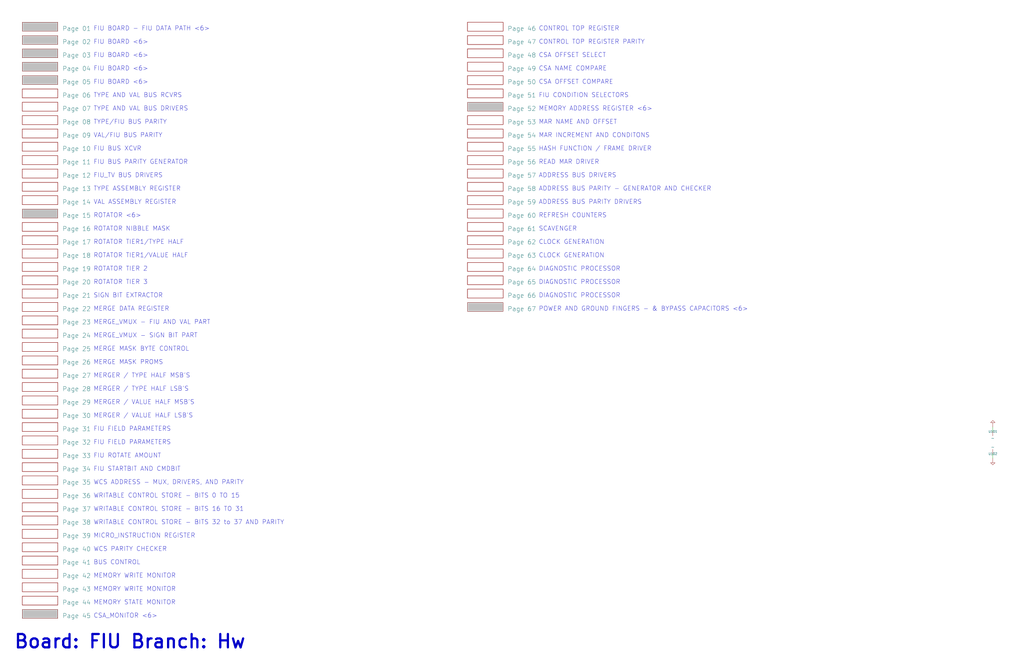
<source format=kicad_sch>
(kicad_sch (version 20250114) (generator "eeschema") (generator_version "9.0")
  (paper "User" 584.2 378.46)
  (title_block (title "FIU Main"))
  (lib_symbols
    (symbol "r1000:PD" (power) (pin_numbers (hide yes)) (pin_names (hide yes)) (in_bom no)
      (symbol "PD_0_1"
        (polyline (pts (xy 0 -2.54) (xy 1.27 -2.54) (xy 0 -3.81) (xy -1.27 -2.54) (xy 0 -2.54)) (stroke (width 0.1524)))
      )
      (symbol "PD_1_1"
        (pin power_in line (at 0 0 270) (length 2.54) (name "PD") (number "1"))
      )
    )
    (symbol "r1000:PU" (power) (pin_numbers (hide yes)) (pin_names (hide yes))
      (symbol "PU_0_1"
        (polyline (pts (xy 0 2.54) (xy -1.27 2.54) (xy 0 3.81) (xy 1.27 2.54) (xy 0 2.54)) (stroke (width 0.1524)))
      )
      (symbol "PU_1_1"
        (pin power_in line (at 0 0 90) (length 2.54) (name "PU") (number "1"))
      )
    )
    (symbol "r1000:Pull_Down" (pin_numbers (hide yes)) (pin_names (hide yes))
      (property "Reference" "U" (at 0 0 0))
      (property "Value" "Pull_Down" (at 0 3.81 0))
      (symbol "Pull_Down_1_1"
        (pin power_out line (at 0 0 90) (length 2.54) (name "Out") (number "1"))
      )
    )
    (symbol "r1000:Pull_Up" (pin_numbers (hide yes)) (pin_names (hide yes))
      (property "Reference" "U" (at 0 0 0))
      (property "Value" "Pull_Up" (at 0 -3.81 0))
      (symbol "Pull_Up_1_1"
        (pin power_out line (at 0 0 270) (length 2.54) (name "Out") (number "1"))
      )
    )
  )
  (text "DIAGNOSTIC PROCESSOR" (at 307.34 162.56 0) (effects (font (size 2.54 2.54)) (justify left bottom)))
  (text "Board: FIU Branch: Hw" (at 7.62 370.84 0) (effects (font (size 7.62 7.62) (thickness 1.27) (bold yes)) (justify left bottom)))
  (text "FIU ROTATE AMOUNT" (at 53.34 261.62 0) (effects (font (size 2.54 2.54)) (justify left bottom)))
  (text "FIU BOARD <6>" (at 53.34 40.64 0) (effects (font (size 2.54 2.54)) (justify left bottom)))
  (text "MERGE_VMUX - FIU AND VAL PART" (at 53.34 185.42 0) (effects (font (size 2.54 2.54)) (justify left bottom)))
  (text "ROTATOR <6>" (at 53.34 124.46 0) (effects (font (size 2.54 2.54)) (justify left bottom)))
  (text "DIAGNOSTIC PROCESSOR" (at 307.34 170.18 0) (effects (font (size 2.54 2.54)) (justify left bottom)))
  (text "WRITABLE CONTROL STORE - BITS 32 to 37 AND PARITY" (at 53.34 299.72 0) (effects (font (size 2.54 2.54)) (justify left bottom)))
  (text "FIU BOARD <6>" (at 53.34 25.4 0) (effects (font (size 2.54 2.54)) (justify left bottom)))
  (text "FIU BOARD <6>" (at 53.34 48.26 0) (effects (font (size 2.54 2.54)) (justify left bottom)))
  (text "MERGE_VMUX - SIGN BIT PART" (at 53.34 193.04 0) (effects (font (size 2.54 2.54)) (justify left bottom)))
  (text "MERGER / TYPE HALF LSB'S" (at 53.34 223.52 0) (effects (font (size 2.54 2.54)) (justify left bottom)))
  (text "MERGER / VALUE HALF LSB'S" (at 53.34 238.76 0) (effects (font (size 2.54 2.54)) (justify left bottom)))
  (text "REFRESH COUNTERS" (at 307.34 124.46 0) (effects (font (size 2.54 2.54)) (justify left bottom)))
  (text "FIU BUS PARITY GENERATOR" (at 53.34 93.98 0) (effects (font (size 2.54 2.54)) (justify left bottom)))
  (text "TYPE AND VAL BUS DRIVERS" (at 53.34 63.5 0) (effects (font (size 2.54 2.54)) (justify left bottom)))
  (text "WRITABLE CONTROL STORE - BITS 0 TO 15" (at 53.34 284.48 0) (effects (font (size 2.54 2.54)) (justify left bottom)))
  (text "CSA NAME COMPARE" (at 307.34 40.64 0) (effects (font (size 2.54 2.54)) (justify left bottom)))
  (text "ROTATOR TIER 2" (at 53.34 154.94 0) (effects (font (size 2.54 2.54)) (justify left bottom)))
  (text "FIU FIELD PARAMETERS" (at 53.34 246.38 0) (effects (font (size 2.54 2.54)) (justify left bottom)))
  (text "ROTATOR TIER 3" (at 53.34 162.56 0) (effects (font (size 2.54 2.54)) (justify left bottom)))
  (text "CSA OFFSET COMPARE" (at 307.34 48.26 0) (effects (font (size 2.54 2.54)) (justify left bottom)))
  (text "MEMORY WRITE MONITOR" (at 53.34 330.2 0) (effects (font (size 2.54 2.54)) (justify left bottom)))
  (text "POWER AND GROUND FINGERS - & BYPASS CAPACITORS <6>" (at 307.34 177.8 0) (effects (font (size 2.54 2.54)) (justify left bottom)))
  (text "HASH FUNCTION / FRAME DRIVER" (at 307.34 86.36 0) (effects (font (size 2.54 2.54)) (justify left bottom)))
  (text "READ MAR DRIVER" (at 307.34 93.98 0) (effects (font (size 2.54 2.54)) (justify left bottom)))
  (text "SIGN BIT EXTRACTOR" (at 53.34 170.18 0) (effects (font (size 2.54 2.54)) (justify left bottom)))
  (text "ADDRESS BUS DRIVERS" (at 307.34 101.6 0) (effects (font (size 2.54 2.54)) (justify left bottom)))
  (text "CSA OFFSET SELECT" (at 307.34 33.02 0) (effects (font (size 2.54 2.54)) (justify left bottom)))
  (text "MICRO_INSTRUCTION REGISTER" (at 53.34 307.34 0) (effects (font (size 2.54 2.54)) (justify left bottom)))
  (text "FIU BOARD - FIU DATA PATH <6>" (at 53.34 17.78 0) (effects (font (size 2.54 2.54)) (justify left bottom)))
  (text "MERGE MASK BYTE CONTROL" (at 53.34 200.66 0) (effects (font (size 2.54 2.54)) (justify left bottom)))
  (text "MAR INCREMENT AND CONDITONS" (at 307.34 78.74 0) (effects (font (size 2.54 2.54)) (justify left bottom)))
  (text "WCS ADDRESS - MUX, DRIVERS, AND PARITY" (at 53.34 276.86 0) (effects (font (size 2.54 2.54)) (justify left bottom)))
  (text "DIAGNOSTIC PROCESSOR" (at 307.34 154.94 0) (effects (font (size 2.54 2.54)) (justify left bottom)))
  (text "MERGE MASK PROMS" (at 53.34 208.28 0) (effects (font (size 2.54 2.54)) (justify left bottom)))
  (text "TYPE/FIU BUS PARITY" (at 53.34 71.12 0) (effects (font (size 2.54 2.54)) (justify left bottom)))
  (text "FIU BUS XCVR" (at 53.34 86.36 0) (effects (font (size 2.54 2.54)) (justify left bottom)))
  (text "CLOCK GENERATION" (at 307.34 147.32 0) (effects (font (size 2.54 2.54)) (justify left bottom)))
  (text "CSA_MONITOR <6>" (at 53.34 353.06 0) (effects (font (size 2.54 2.54)) (justify left bottom)))
  (text "TYPE ASSEMBLY REGISTER" (at 53.34 109.22 0) (effects (font (size 2.54 2.54)) (justify left bottom)))
  (text "ROTATOR TIER1/VALUE HALF" (at 53.34 147.32 0) (effects (font (size 2.54 2.54)) (justify left bottom)))
  (text "CLOCK GENERATION" (at 307.34 139.7 0) (effects (font (size 2.54 2.54)) (justify left bottom)))
  (text "WCS PARITY CHECKER" (at 53.34 314.96 0) (effects (font (size 2.54 2.54)) (justify left bottom)))
  (text "ROTATOR NIBBLE MASK" (at 53.34 132.08 0) (effects (font (size 2.54 2.54)) (justify left bottom)))
  (text "MERGER / VALUE HALF MSB'S" (at 53.34 231.14 0) (effects (font (size 2.54 2.54)) (justify left bottom)))
  (text "TYPE AND VAL BUS RCVRS" (at 53.34 55.88 0) (effects (font (size 2.54 2.54)) (justify left bottom)))
  (text "MEMORY STATE MONITOR" (at 53.34 345.44 0) (effects (font (size 2.54 2.54)) (justify left bottom)))
  (text "FIU_TV BUS DRIVERS" (at 53.34 101.6 0) (effects (font (size 2.54 2.54)) (justify left bottom)))
  (text "MERGER / TYPE HALF MSB'S" (at 53.34 215.9 0) (effects (font (size 2.54 2.54)) (justify left bottom)))
  (text "CONTROL TOP REGISTER" (at 307.34 17.78 0) (effects (font (size 2.54 2.54)) (justify left bottom)))
  (text "ROTATOR TIER1/TYPE HALF" (at 53.34 139.7 0) (effects (font (size 2.54 2.54)) (justify left bottom)))
  (text "MAR NAME AND OFFSET" (at 307.34 71.12 0) (effects (font (size 2.54 2.54)) (justify left bottom)))
  (text "VAL/FIU BUS PARITY" (at 53.34 78.74 0) (effects (font (size 2.54 2.54)) (justify left bottom)))
  (text "WRITABLE CONTROL STORE - BITS 16 TO 31" (at 53.34 292.1 0) (effects (font (size 2.54 2.54)) (justify left bottom)))
  (text "FIU BOARD <6>" (at 53.34 33.02 0) (effects (font (size 2.54 2.54)) (justify left bottom)))
  (text "MERGE DATA REGISTER" (at 53.34 177.8 0) (effects (font (size 2.54 2.54)) (justify left bottom)))
  (text "ADDRESS BUS PARITY DRIVERS" (at 307.34 116.84 0) (effects (font (size 2.54 2.54)) (justify left bottom)))
  (text "CONTROL TOP REGISTER PARITY" (at 307.34 25.4 0) (effects (font (size 2.54 2.54)) (justify left bottom)))
  (text "VAL ASSEMBLY REGISTER" (at 53.34 116.84 0) (effects (font (size 2.54 2.54)) (justify left bottom)))
  (text "MEMORY WRITE MONITOR" (at 53.34 337.82 0) (effects (font (size 2.54 2.54)) (justify left bottom)))
  (text "SCAVENGER" (at 307.34 132.08 0) (effects (font (size 2.54 2.54)) (justify left bottom)))
  (text "ADDRESS BUS PARITY - GENERATOR AND CHECKER" (at 307.34 109.22 0) (effects (font (size 2.54 2.54)) (justify left bottom)))
  (text "FIU CONDITION SELECTORS" (at 307.34 55.88 0) (effects (font (size 2.54 2.54)) (justify left bottom)))
  (text "BUS CONTROL" (at 53.34 322.58 0) (effects (font (size 2.54 2.54)) (justify left bottom)))
  (text "FIU FIELD PARAMETERS" (at 53.34 254 0) (effects (font (size 2.54 2.54)) (justify left bottom)))
  (text "MEMORY ADDRESS REGISTER <6>" (at 307.34 63.5 0) (effects (font (size 2.54 2.54)) (justify left bottom)))
  (text "FIU STARTBIT AND CMDBIT" (at 53.34 269.24 0) (effects (font (size 2.54 2.54)) (justify left bottom)))
  (wire (pts (xy 566.42 243.84) (xy 566.42 246.38)))
  (wire (pts (xy 566.42 259.08) (xy 566.42 261.62)))
  (symbol (lib_id "r1000:PD") (at 566.42 261.62 0) (unit 1) (in_bom no)
    (property "Reference" "#PWR02" (effects (hide yes)))
    (property "Value" "PD" (effects (hide yes)))
  )
  (symbol (lib_id "r1000:PU") (at 566.42 243.84 0) (unit 1)
    (property "Reference" "#PWR01" (effects (hide yes)))
    (property "Value" "PU" (effects (hide yes)))
  )
  (symbol (lib_id "r1000:Pull_Down") (at 566.42 259.08 0) (unit 1)
    (property "Reference" "U102" (at 566.42 259.08 0))
    (property "Value" "~" (at 566.42 255.27 0) (effects (font (size 2.54 2.54))))
  )
  (symbol (lib_id "r1000:Pull_Up") (at 566.42 246.38 0) (unit 1)
    (property "Reference" "U101" (at 566.42 246.38 0))
    (property "Value" "~" (at 566.42 250.19 0) (effects (font (size 2.54 2.54))))
  )
  (sheet (at 266.7 134.62) (size 20.32 5.08)
    (property "Sheetname" "Page 62" (at 289.56 139.7 0) (effects (font (size 2.54 2.54)) (justify left bottom)))
    (property "Sheetfile" "pg_62.kicad_sch" (effects (hide yes)))
  )
  (sheet (at 266.7 27.94) (size 20.32 5.08)
    (property "Sheetname" "Page 48" (at 289.56 33.02 0) (effects (font (size 2.54 2.54)) (justify left bottom)))
    (property "Sheetfile" "pg_48.kicad_sch" (effects (hide yes)))
  )
  (sheet (at 12.7 332.74) (size 20.32 5.08)
    (property "Sheetname" "Page 43" (at 35.56 337.82 0) (effects (font (size 2.54 2.54)) (justify left bottom)))
    (property "Sheetfile" "pg_43.kicad_sch" (effects (hide yes)))
  )
  (sheet (at 12.7 218.44) (size 20.32 5.08)
    (property "Sheetname" "Page 28" (at 35.56 223.52 0) (effects (font (size 2.54 2.54)) (justify left bottom)))
    (property "Sheetfile" "pg_28.kicad_sch" (effects (hide yes)))
  )
  (sheet (at 12.7 96.52) (size 20.32 5.08)
    (property "Sheetname" "Page 12" (at 35.56 101.6 0) (effects (font (size 2.54 2.54)) (justify left bottom)))
    (property "Sheetfile" "pg_12.kicad_sch" (effects (hide yes)))
  )
  (sheet (at 12.7 241.3) (size 20.32 5.08)
    (property "Sheetname" "Page 31" (at 35.56 246.38 0) (effects (font (size 2.54 2.54)) (justify left bottom)))
    (property "Sheetfile" "pg_31.kicad_sch" (effects (hide yes)))
  )
  (sheet (at 12.7 340.36) (size 20.32 5.08)
    (property "Sheetname" "Page 44" (at 35.56 345.44 0) (effects (font (size 2.54 2.54)) (justify left bottom)))
    (property "Sheetfile" "pg_44.kicad_sch" (effects (hide yes)))
  )
  (sheet (at 12.7 12.7) (size 20.32 5.08) (fill (color 192 192 192 1.0000))
    (property "Sheetname" "Page 01" (at 35.56 17.78 0) (effects (font (size 2.54 2.54)) (justify left bottom)))
    (property "Sheetfile" "pg_01.kicad_sch" (effects (hide yes)))
  )
  (sheet (at 266.7 149.86) (size 20.32 5.08)
    (property "Sheetname" "Page 64" (at 289.56 154.94 0) (effects (font (size 2.54 2.54)) (justify left bottom)))
    (property "Sheetfile" "pg_64.kicad_sch" (effects (hide yes)))
  )
  (sheet (at 12.7 271.78) (size 20.32 5.08)
    (property "Sheetname" "Page 35" (at 35.56 276.86 0) (effects (font (size 2.54 2.54)) (justify left bottom)))
    (property "Sheetfile" "pg_35.kicad_sch" (effects (hide yes)))
  )
  (sheet (at 12.7 195.58) (size 20.32 5.08)
    (property "Sheetname" "Page 25" (at 35.56 200.66 0) (effects (font (size 2.54 2.54)) (justify left bottom)))
    (property "Sheetfile" "pg_25.kicad_sch" (effects (hide yes)))
  )
  (sheet (at 12.7 187.96) (size 20.32 5.08)
    (property "Sheetname" "Page 24" (at 35.56 193.04 0) (effects (font (size 2.54 2.54)) (justify left bottom)))
    (property "Sheetfile" "pg_24.kicad_sch" (effects (hide yes)))
  )
  (sheet (at 12.7 127) (size 20.32 5.08)
    (property "Sheetname" "Page 16" (at 35.56 132.08 0) (effects (font (size 2.54 2.54)) (justify left bottom)))
    (property "Sheetfile" "pg_16.kicad_sch" (effects (hide yes)))
  )
  (sheet (at 266.7 157.48) (size 20.32 5.08)
    (property "Sheetname" "Page 65" (at 289.56 162.56 0) (effects (font (size 2.54 2.54)) (justify left bottom)))
    (property "Sheetfile" "pg_65.kicad_sch" (effects (hide yes)))
  )
  (sheet (at 12.7 142.24) (size 20.32 5.08)
    (property "Sheetname" "Page 18" (at 35.56 147.32 0) (effects (font (size 2.54 2.54)) (justify left bottom)))
    (property "Sheetfile" "pg_18.kicad_sch" (effects (hide yes)))
  )
  (sheet (at 266.7 96.52) (size 20.32 5.08)
    (property "Sheetname" "Page 57" (at 289.56 101.6 0) (effects (font (size 2.54 2.54)) (justify left bottom)))
    (property "Sheetfile" "pg_57.kicad_sch" (effects (hide yes)))
  )
  (sheet (at 12.7 210.82) (size 20.32 5.08)
    (property "Sheetname" "Page 27" (at 35.56 215.9 0) (effects (font (size 2.54 2.54)) (justify left bottom)))
    (property "Sheetfile" "pg_27.kicad_sch" (effects (hide yes)))
  )
  (sheet (at 12.7 172.72) (size 20.32 5.08)
    (property "Sheetname" "Page 22" (at 35.56 177.8 0) (effects (font (size 2.54 2.54)) (justify left bottom)))
    (property "Sheetfile" "pg_22.kicad_sch" (effects (hide yes)))
  )
  (sheet (at 12.7 134.62) (size 20.32 5.08)
    (property "Sheetname" "Page 17" (at 35.56 139.7 0) (effects (font (size 2.54 2.54)) (justify left bottom)))
    (property "Sheetfile" "pg_17.kicad_sch" (effects (hide yes)))
  )
  (sheet (at 12.7 233.68) (size 20.32 5.08)
    (property "Sheetname" "Page 30" (at 35.56 238.76 0) (effects (font (size 2.54 2.54)) (justify left bottom)))
    (property "Sheetfile" "pg_30.kicad_sch" (effects (hide yes)))
  )
  (sheet (at 12.7 35.56) (size 20.32 5.08) (fill (color 192 192 192 1.0000))
    (property "Sheetname" "Page 04" (at 35.56 40.64 0) (effects (font (size 2.54 2.54)) (justify left bottom)))
    (property "Sheetfile" "pg_04.kicad_sch" (effects (hide yes)))
  )
  (sheet (at 266.7 119.38) (size 20.32 5.08)
    (property "Sheetname" "Page 60" (at 289.56 124.46 0) (effects (font (size 2.54 2.54)) (justify left bottom)))
    (property "Sheetfile" "pg_60.kicad_sch" (effects (hide yes)))
  )
  (sheet (at 266.7 142.24) (size 20.32 5.08)
    (property "Sheetname" "Page 63" (at 289.56 147.32 0) (effects (font (size 2.54 2.54)) (justify left bottom)))
    (property "Sheetfile" "pg_63.kicad_sch" (effects (hide yes)))
  )
  (sheet (at 266.7 20.32) (size 20.32 5.08)
    (property "Sheetname" "Page 47" (at 289.56 25.4 0) (effects (font (size 2.54 2.54)) (justify left bottom)))
    (property "Sheetfile" "pg_47.kicad_sch" (effects (hide yes)))
  )
  (sheet (at 266.7 35.56) (size 20.32 5.08)
    (property "Sheetname" "Page 49" (at 289.56 40.64 0) (effects (font (size 2.54 2.54)) (justify left bottom)))
    (property "Sheetfile" "pg_49.kicad_sch" (effects (hide yes)))
  )
  (sheet (at 12.7 294.64) (size 20.32 5.08)
    (property "Sheetname" "Page 38" (at 35.56 299.72 0) (effects (font (size 2.54 2.54)) (justify left bottom)))
    (property "Sheetfile" "pg_38.kicad_sch" (effects (hide yes)))
  )
  (sheet (at 12.7 264.16) (size 20.32 5.08)
    (property "Sheetname" "Page 34" (at 35.56 269.24 0) (effects (font (size 2.54 2.54)) (justify left bottom)))
    (property "Sheetfile" "pg_34.kicad_sch" (effects (hide yes)))
  )
  (sheet (at 266.7 127) (size 20.32 5.08)
    (property "Sheetname" "Page 61" (at 289.56 132.08 0) (effects (font (size 2.54 2.54)) (justify left bottom)))
    (property "Sheetfile" "pg_61.kicad_sch" (effects (hide yes)))
  )
  (sheet (at 12.7 325.12) (size 20.32 5.08)
    (property "Sheetname" "Page 42" (at 35.56 330.2 0) (effects (font (size 2.54 2.54)) (justify left bottom)))
    (property "Sheetfile" "pg_42.kicad_sch" (effects (hide yes)))
  )
  (sheet (at 12.7 347.98) (size 20.32 5.08) (fill (color 192 192 192 1.0000))
    (property "Sheetname" "Page 45" (at 35.56 353.06 0) (effects (font (size 2.54 2.54)) (justify left bottom)))
    (property "Sheetfile" "pg_45.kicad_sch" (effects (hide yes)))
  )
  (sheet (at 12.7 111.76) (size 20.32 5.08)
    (property "Sheetname" "Page 14" (at 35.56 116.84 0) (effects (font (size 2.54 2.54)) (justify left bottom)))
    (property "Sheetfile" "pg_14.kicad_sch" (effects (hide yes)))
  )
  (sheet (at 12.7 256.54) (size 20.32 5.08)
    (property "Sheetname" "Page 33" (at 35.56 261.62 0) (effects (font (size 2.54 2.54)) (justify left bottom)))
    (property "Sheetfile" "pg_33.kicad_sch" (effects (hide yes)))
  )
  (sheet (at 12.7 88.9) (size 20.32 5.08)
    (property "Sheetname" "Page 11" (at 35.56 93.98 0) (effects (font (size 2.54 2.54)) (justify left bottom)))
    (property "Sheetfile" "pg_11.kicad_sch" (effects (hide yes)))
  )
  (sheet (at 12.7 104.14) (size 20.32 5.08)
    (property "Sheetname" "Page 13" (at 35.56 109.22 0) (effects (font (size 2.54 2.54)) (justify left bottom)))
    (property "Sheetfile" "pg_13.kicad_sch" (effects (hide yes)))
  )
  (sheet (at 266.7 73.66) (size 20.32 5.08)
    (property "Sheetname" "Page 54" (at 289.56 78.74 0) (effects (font (size 2.54 2.54)) (justify left bottom)))
    (property "Sheetfile" "pg_54.kicad_sch" (effects (hide yes)))
  )
  (sheet (at 12.7 119.38) (size 20.32 5.08) (fill (color 192 192 192 1.0000))
    (property "Sheetname" "Page 15" (at 35.56 124.46 0) (effects (font (size 2.54 2.54)) (justify left bottom)))
    (property "Sheetfile" "pg_15.kicad_sch" (effects (hide yes)))
  )
  (sheet (at 12.7 73.66) (size 20.32 5.08)
    (property "Sheetname" "Page 09" (at 35.56 78.74 0) (effects (font (size 2.54 2.54)) (justify left bottom)))
    (property "Sheetfile" "pg_09.kicad_sch" (effects (hide yes)))
  )
  (sheet (at 12.7 50.8) (size 20.32 5.08)
    (property "Sheetname" "Page 06" (at 35.56 55.88 0) (effects (font (size 2.54 2.54)) (justify left bottom)))
    (property "Sheetfile" "pg_06.kicad_sch" (effects (hide yes)))
  )
  (sheet (at 12.7 180.34) (size 20.32 5.08)
    (property "Sheetname" "Page 23" (at 35.56 185.42 0) (effects (font (size 2.54 2.54)) (justify left bottom)))
    (property "Sheetfile" "pg_23.kicad_sch" (effects (hide yes)))
  )
  (sheet (at 266.7 104.14) (size 20.32 5.08)
    (property "Sheetname" "Page 58" (at 289.56 109.22 0) (effects (font (size 2.54 2.54)) (justify left bottom)))
    (property "Sheetfile" "pg_58.kicad_sch" (effects (hide yes)))
  )
  (sheet (at 12.7 149.86) (size 20.32 5.08)
    (property "Sheetname" "Page 19" (at 35.56 154.94 0) (effects (font (size 2.54 2.54)) (justify left bottom)))
    (property "Sheetfile" "pg_19.kicad_sch" (effects (hide yes)))
  )
  (sheet (at 266.7 43.18) (size 20.32 5.08)
    (property "Sheetname" "Page 50" (at 289.56 48.26 0) (effects (font (size 2.54 2.54)) (justify left bottom)))
    (property "Sheetfile" "pg_50.kicad_sch" (effects (hide yes)))
  )
  (sheet (at 12.7 226.06) (size 20.32 5.08)
    (property "Sheetname" "Page 29" (at 35.56 231.14 0) (effects (font (size 2.54 2.54)) (justify left bottom)))
    (property "Sheetfile" "pg_29.kicad_sch" (effects (hide yes)))
  )
  (sheet (at 266.7 172.72) (size 20.32 5.08) (fill (color 192 192 192 1.0000))
    (property "Sheetname" "Page 67" (at 289.56 177.8 0) (effects (font (size 2.54 2.54)) (justify left bottom)))
    (property "Sheetfile" "pg_67.kicad_sch" (effects (hide yes)))
  )
  (sheet (at 12.7 279.4) (size 20.32 5.08)
    (property "Sheetname" "Page 36" (at 35.56 284.48 0) (effects (font (size 2.54 2.54)) (justify left bottom)))
    (property "Sheetfile" "pg_36.kicad_sch" (effects (hide yes)))
  )
  (sheet (at 12.7 81.28) (size 20.32 5.08)
    (property "Sheetname" "Page 10" (at 35.56 86.36 0) (effects (font (size 2.54 2.54)) (justify left bottom)))
    (property "Sheetfile" "pg_10.kicad_sch" (effects (hide yes)))
  )
  (sheet (at 12.7 203.2) (size 20.32 5.08)
    (property "Sheetname" "Page 26" (at 35.56 208.28 0) (effects (font (size 2.54 2.54)) (justify left bottom)))
    (property "Sheetfile" "pg_26.kicad_sch" (effects (hide yes)))
  )
  (sheet (at 12.7 302.26) (size 20.32 5.08)
    (property "Sheetname" "Page 39" (at 35.56 307.34 0) (effects (font (size 2.54 2.54)) (justify left bottom)))
    (property "Sheetfile" "pg_39.kicad_sch" (effects (hide yes)))
  )
  (sheet (at 266.7 66.04) (size 20.32 5.08)
    (property "Sheetname" "Page 53" (at 289.56 71.12 0) (effects (font (size 2.54 2.54)) (justify left bottom)))
    (property "Sheetfile" "pg_53.kicad_sch" (effects (hide yes)))
  )
  (sheet (at 266.7 50.8) (size 20.32 5.08)
    (property "Sheetname" "Page 51" (at 289.56 55.88 0) (effects (font (size 2.54 2.54)) (justify left bottom)))
    (property "Sheetfile" "pg_51.kicad_sch" (effects (hide yes)))
  )
  (sheet (at 12.7 248.92) (size 20.32 5.08)
    (property "Sheetname" "Page 32" (at 35.56 254 0) (effects (font (size 2.54 2.54)) (justify left bottom)))
    (property "Sheetfile" "pg_32.kicad_sch" (effects (hide yes)))
  )
  (sheet (at 266.7 88.9) (size 20.32 5.08)
    (property "Sheetname" "Page 56" (at 289.56 93.98 0) (effects (font (size 2.54 2.54)) (justify left bottom)))
    (property "Sheetfile" "pg_56.kicad_sch" (effects (hide yes)))
  )
  (sheet (at 266.7 58.42) (size 20.32 5.08) (fill (color 192 192 192 1.0000))
    (property "Sheetname" "Page 52" (at 289.56 63.5 0) (effects (font (size 2.54 2.54)) (justify left bottom)))
    (property "Sheetfile" "pg_52.kicad_sch" (effects (hide yes)))
  )
  (sheet (at 266.7 12.7) (size 20.32 5.08)
    (property "Sheetname" "Page 46" (at 289.56 17.78 0) (effects (font (size 2.54 2.54)) (justify left bottom)))
    (property "Sheetfile" "pg_46.kicad_sch" (effects (hide yes)))
  )
  (sheet (at 12.7 66.04) (size 20.32 5.08)
    (property "Sheetname" "Page 08" (at 35.56 71.12 0) (effects (font (size 2.54 2.54)) (justify left bottom)))
    (property "Sheetfile" "pg_08.kicad_sch" (effects (hide yes)))
  )
  (sheet (at 12.7 58.42) (size 20.32 5.08)
    (property "Sheetname" "Page 07" (at 35.56 63.5 0) (effects (font (size 2.54 2.54)) (justify left bottom)))
    (property "Sheetfile" "pg_07.kicad_sch" (effects (hide yes)))
  )
  (sheet (at 266.7 165.1) (size 20.32 5.08)
    (property "Sheetname" "Page 66" (at 289.56 170.18 0) (effects (font (size 2.54 2.54)) (justify left bottom)))
    (property "Sheetfile" "pg_66.kicad_sch" (effects (hide yes)))
  )
  (sheet (at 12.7 287.02) (size 20.32 5.08)
    (property "Sheetname" "Page 37" (at 35.56 292.1 0) (effects (font (size 2.54 2.54)) (justify left bottom)))
    (property "Sheetfile" "pg_37.kicad_sch" (effects (hide yes)))
  )
  (sheet (at 266.7 81.28) (size 20.32 5.08)
    (property "Sheetname" "Page 55" (at 289.56 86.36 0) (effects (font (size 2.54 2.54)) (justify left bottom)))
    (property "Sheetfile" "pg_55.kicad_sch" (effects (hide yes)))
  )
  (sheet (at 12.7 317.5) (size 20.32 5.08)
    (property "Sheetname" "Page 41" (at 35.56 322.58 0) (effects (font (size 2.54 2.54)) (justify left bottom)))
    (property "Sheetfile" "pg_41.kicad_sch" (effects (hide yes)))
  )
  (sheet (at 12.7 157.48) (size 20.32 5.08)
    (property "Sheetname" "Page 20" (at 35.56 162.56 0) (effects (font (size 2.54 2.54)) (justify left bottom)))
    (property "Sheetfile" "pg_20.kicad_sch" (effects (hide yes)))
  )
  (sheet (at 12.7 27.94) (size 20.32 5.08) (fill (color 192 192 192 1.0000))
    (property "Sheetname" "Page 03" (at 35.56 33.02 0) (effects (font (size 2.54 2.54)) (justify left bottom)))
    (property "Sheetfile" "pg_03.kicad_sch" (effects (hide yes)))
  )
  (sheet (at 266.7 111.76) (size 20.32 5.08)
    (property "Sheetname" "Page 59" (at 289.56 116.84 0) (effects (font (size 2.54 2.54)) (justify left bottom)))
    (property "Sheetfile" "pg_59.kicad_sch" (effects (hide yes)))
  )
  (sheet (at 12.7 43.18) (size 20.32 5.08) (fill (color 192 192 192 1.0000))
    (property "Sheetname" "Page 05" (at 35.56 48.26 0) (effects (font (size 2.54 2.54)) (justify left bottom)))
    (property "Sheetfile" "pg_05.kicad_sch" (effects (hide yes)))
  )
  (sheet (at 12.7 165.1) (size 20.32 5.08)
    (property "Sheetname" "Page 21" (at 35.56 170.18 0) (effects (font (size 2.54 2.54)) (justify left bottom)))
    (property "Sheetfile" "pg_21.kicad_sch" (effects (hide yes)))
  )
  (sheet (at 12.7 20.32) (size 20.32 5.08) (fill (color 192 192 192 1.0000))
    (property "Sheetname" "Page 02" (at 35.56 25.4 0) (effects (font (size 2.54 2.54)) (justify left bottom)))
    (property "Sheetfile" "pg_02.kicad_sch" (effects (hide yes)))
  )
  (sheet (at 12.7 309.88) (size 20.32 5.08)
    (property "Sheetname" "Page 40" (at 35.56 314.96 0) (effects (font (size 2.54 2.54)) (justify left bottom)))
    (property "Sheetfile" "pg_40.kicad_sch" (effects (hide yes)))
  )
)
</source>
